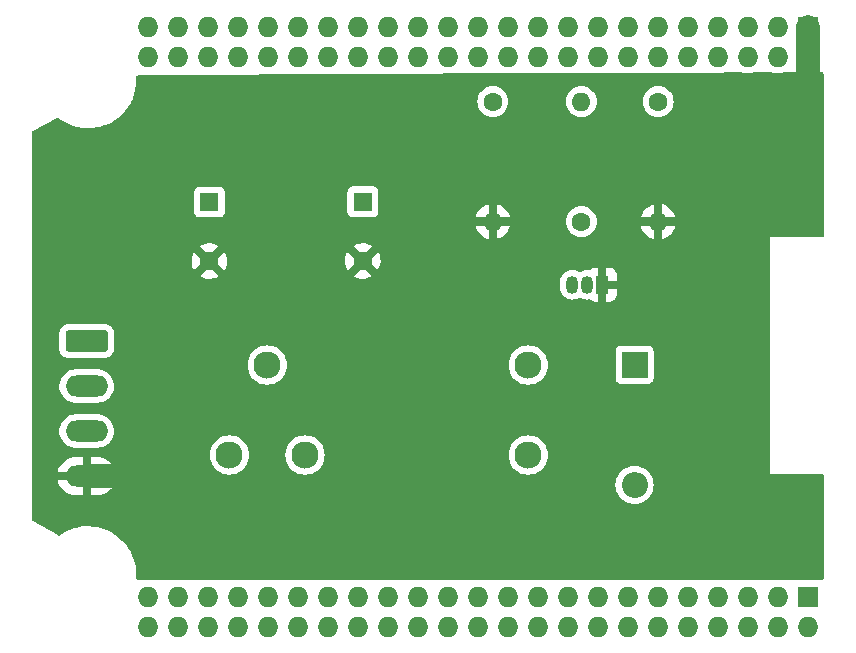
<source format=gbl>
G04 #@! TF.GenerationSoftware,KiCad,Pcbnew,6.0.11-2627ca5db0~126~ubuntu20.04.1*
G04 #@! TF.CreationDate,2023-02-26T18:19:28-08:00*
G04 #@! TF.ProjectId,stingray,7374696e-6772-4617-992e-6b696361645f,A1*
G04 #@! TF.SameCoordinates,Original*
G04 #@! TF.FileFunction,Copper,L2,Bot*
G04 #@! TF.FilePolarity,Positive*
%FSLAX46Y46*%
G04 Gerber Fmt 4.6, Leading zero omitted, Abs format (unit mm)*
G04 Created by KiCad (PCBNEW 6.0.11-2627ca5db0~126~ubuntu20.04.1) date 2023-02-26 18:19:28*
%MOMM*%
%LPD*%
G01*
G04 APERTURE LIST*
G04 Aperture macros list*
%AMRoundRect*
0 Rectangle with rounded corners*
0 $1 Rounding radius*
0 $2 $3 $4 $5 $6 $7 $8 $9 X,Y pos of 4 corners*
0 Add a 4 corners polygon primitive as box body*
4,1,4,$2,$3,$4,$5,$6,$7,$8,$9,$2,$3,0*
0 Add four circle primitives for the rounded corners*
1,1,$1+$1,$2,$3*
1,1,$1+$1,$4,$5*
1,1,$1+$1,$6,$7*
1,1,$1+$1,$8,$9*
0 Add four rect primitives between the rounded corners*
20,1,$1+$1,$2,$3,$4,$5,0*
20,1,$1+$1,$4,$5,$6,$7,0*
20,1,$1+$1,$6,$7,$8,$9,0*
20,1,$1+$1,$8,$9,$2,$3,0*%
G04 Aperture macros list end*
G04 #@! TA.AperFunction,ComponentPad*
%ADD10C,1.600000*%
G04 #@! TD*
G04 #@! TA.AperFunction,ComponentPad*
%ADD11O,1.600000X1.600000*%
G04 #@! TD*
G04 #@! TA.AperFunction,ComponentPad*
%ADD12R,1.050000X1.500000*%
G04 #@! TD*
G04 #@! TA.AperFunction,ComponentPad*
%ADD13O,1.050000X1.500000*%
G04 #@! TD*
G04 #@! TA.AperFunction,ComponentPad*
%ADD14R,2.200000X2.200000*%
G04 #@! TD*
G04 #@! TA.AperFunction,ComponentPad*
%ADD15O,2.200000X2.200000*%
G04 #@! TD*
G04 #@! TA.AperFunction,ComponentPad*
%ADD16O,3.600000X1.800000*%
G04 #@! TD*
G04 #@! TA.AperFunction,ComponentPad*
%ADD17RoundRect,0.250000X-1.550000X0.650000X-1.550000X-0.650000X1.550000X-0.650000X1.550000X0.650000X0*%
G04 #@! TD*
G04 #@! TA.AperFunction,ComponentPad*
%ADD18R,1.727200X1.727200*%
G04 #@! TD*
G04 #@! TA.AperFunction,ComponentPad*
%ADD19O,1.727200X1.727200*%
G04 #@! TD*
G04 #@! TA.AperFunction,ComponentPad*
%ADD20R,1.600000X1.600000*%
G04 #@! TD*
G04 #@! TA.AperFunction,ComponentPad*
%ADD21C,2.300000*%
G04 #@! TD*
G04 #@! TA.AperFunction,Conductor*
%ADD22C,2.000000*%
G04 #@! TD*
G04 APERTURE END LIST*
D10*
X147500000Y-85660000D03*
D11*
X147500000Y-75500000D03*
D10*
X140000000Y-75500000D03*
D11*
X140000000Y-85660000D03*
D10*
X154000000Y-75500000D03*
D11*
X154000000Y-85660000D03*
D12*
X149270000Y-91000000D03*
D13*
X148000000Y-91000000D03*
X146730000Y-91000000D03*
D14*
X152000000Y-97780000D03*
D15*
X152000000Y-107940000D03*
D16*
X105610000Y-107200000D03*
X105610000Y-103390000D03*
X105610000Y-99580000D03*
D17*
X105610000Y-95770000D03*
D18*
X166675000Y-117465000D03*
D19*
X166675000Y-120005000D03*
X164135000Y-117465000D03*
X164135000Y-120005000D03*
X161595000Y-117465000D03*
X161595000Y-120005000D03*
X159055000Y-117465000D03*
X159055000Y-120005000D03*
X156515000Y-117465000D03*
X156515000Y-120005000D03*
X153975000Y-117465000D03*
X153975000Y-120005000D03*
X151435000Y-117465000D03*
X151435000Y-120005000D03*
X148895000Y-117465000D03*
X148895000Y-120005000D03*
X146355000Y-117465000D03*
X146355000Y-120005000D03*
X143815000Y-117465000D03*
X143815000Y-120005000D03*
X141275000Y-117465000D03*
X141275000Y-120005000D03*
X138735000Y-117465000D03*
X138735000Y-120005000D03*
X136195000Y-117465000D03*
X136195000Y-120005000D03*
X133655000Y-117465000D03*
X133655000Y-120005000D03*
X131115000Y-117465000D03*
X131115000Y-120005000D03*
X128575000Y-117465000D03*
X128575000Y-120005000D03*
X126035000Y-117465000D03*
X126035000Y-120005000D03*
X123495000Y-117465000D03*
X123495000Y-120005000D03*
X120955000Y-117465000D03*
X120955000Y-120005000D03*
X118415000Y-117465000D03*
X118415000Y-120005000D03*
X115875000Y-117465000D03*
X115875000Y-120005000D03*
X113335000Y-117465000D03*
X113335000Y-120005000D03*
X110795000Y-117465000D03*
X110795000Y-120005000D03*
D20*
X129000000Y-83986745D03*
D10*
X129000000Y-88986745D03*
D21*
X143000000Y-97800000D03*
X120900000Y-97800000D03*
X117700000Y-105420000D03*
X124100000Y-105420000D03*
X143000000Y-105420000D03*
D18*
X166675000Y-69205000D03*
D19*
X166675000Y-71745000D03*
X164135000Y-69205000D03*
X164135000Y-71745000D03*
X161595000Y-69205000D03*
X161595000Y-71745000D03*
X159055000Y-69205000D03*
X159055000Y-71745000D03*
X156515000Y-69205000D03*
X156515000Y-71745000D03*
X153975000Y-69205000D03*
X153975000Y-71745000D03*
X151435000Y-69205000D03*
X151435000Y-71745000D03*
X148895000Y-69205000D03*
X148895000Y-71745000D03*
X146355000Y-69205000D03*
X146355000Y-71745000D03*
X143815000Y-69205000D03*
X143815000Y-71745000D03*
X141275000Y-69205000D03*
X141275000Y-71745000D03*
X138735000Y-69205000D03*
X138735000Y-71745000D03*
X136195000Y-69205000D03*
X136195000Y-71745000D03*
X133655000Y-69205000D03*
X133655000Y-71745000D03*
X131115000Y-69205000D03*
X131115000Y-71745000D03*
X128575000Y-69205000D03*
X128575000Y-71745000D03*
X126035000Y-69205000D03*
X126035000Y-71745000D03*
X123495000Y-69205000D03*
X123495000Y-71745000D03*
X120955000Y-69205000D03*
X120955000Y-71745000D03*
X118415000Y-69205000D03*
X118415000Y-71745000D03*
X115875000Y-69205000D03*
X115875000Y-71745000D03*
X113335000Y-69205000D03*
X113335000Y-71745000D03*
X110795000Y-69205000D03*
X110795000Y-71745000D03*
D20*
X116000000Y-84000000D03*
D10*
X116000000Y-89000000D03*
D22*
X105610000Y-107200000D02*
X109950000Y-107200000D01*
X166675000Y-69205000D02*
X166675000Y-71745000D01*
X166675000Y-71745000D02*
X166675000Y-74325000D01*
G04 #@! TA.AperFunction,Conductor*
G36*
X167941663Y-73020253D02*
G01*
X167988387Y-73073708D01*
X168000000Y-73126544D01*
X168000000Y-86874000D01*
X167979998Y-86942121D01*
X167926342Y-86988614D01*
X167874000Y-87000000D01*
X163500000Y-87000000D01*
X163500000Y-107000000D01*
X167874000Y-107000000D01*
X167942121Y-107020002D01*
X167988614Y-107073658D01*
X168000000Y-107126000D01*
X168000000Y-115874000D01*
X167979998Y-115942121D01*
X167926342Y-115988614D01*
X167874000Y-116000000D01*
X110032650Y-116000000D01*
X109971459Y-115984144D01*
X109872472Y-115929151D01*
X109822639Y-115878585D01*
X109807860Y-115811975D01*
X109820173Y-115591732D01*
X109820345Y-115588661D01*
X109803549Y-115187913D01*
X109747726Y-114790716D01*
X109653411Y-114400863D01*
X109521502Y-114022073D01*
X109488635Y-113950942D01*
X109354553Y-113660761D01*
X109354548Y-113660751D01*
X109353260Y-113657964D01*
X109150290Y-113312009D01*
X108914529Y-112987513D01*
X108648228Y-112687571D01*
X108645983Y-112685492D01*
X108645976Y-112685485D01*
X108356182Y-112417133D01*
X108356179Y-112417130D01*
X108353929Y-112415047D01*
X108235941Y-112325489D01*
X108036893Y-112174403D01*
X108036891Y-112174401D01*
X108034441Y-112172542D01*
X107692813Y-111962371D01*
X107332307Y-111786540D01*
X107329426Y-111785469D01*
X107329420Y-111785466D01*
X107095540Y-111698487D01*
X106956363Y-111646728D01*
X106568570Y-111544269D01*
X106405243Y-111517815D01*
X106175676Y-111480633D01*
X106175669Y-111480632D01*
X106172630Y-111480140D01*
X106169550Y-111479946D01*
X106169548Y-111479946D01*
X105846558Y-111459625D01*
X105846542Y-111459624D01*
X105844563Y-111459500D01*
X105613894Y-111459500D01*
X105612368Y-111459575D01*
X105612353Y-111459575D01*
X105449126Y-111467559D01*
X105314379Y-111474149D01*
X104917582Y-111532743D01*
X104914585Y-111533490D01*
X104914581Y-111533491D01*
X104791126Y-111564272D01*
X104528396Y-111629777D01*
X104525488Y-111630812D01*
X104525483Y-111630814D01*
X104344316Y-111695325D01*
X104150537Y-111764327D01*
X103787610Y-111935107D01*
X103784981Y-111936674D01*
X103784972Y-111936679D01*
X103528424Y-112089613D01*
X103443081Y-112140488D01*
X103440616Y-112142306D01*
X103440600Y-112142316D01*
X103340578Y-112216059D01*
X103273878Y-112240384D01*
X103204617Y-112224787D01*
X101064809Y-111036005D01*
X101014975Y-110985438D01*
X101000000Y-110925861D01*
X101000000Y-107563431D01*
X103151787Y-107563431D01*
X103182449Y-107691144D01*
X103185498Y-107700529D01*
X103278086Y-107924057D01*
X103282567Y-107932851D01*
X103408986Y-108139148D01*
X103414786Y-108147130D01*
X103571917Y-108331108D01*
X103578892Y-108338083D01*
X103762870Y-108495214D01*
X103770852Y-108501014D01*
X103977149Y-108627433D01*
X103985943Y-108631914D01*
X104209471Y-108724502D01*
X104218856Y-108727551D01*
X104454118Y-108784033D01*
X104463865Y-108785576D01*
X104644675Y-108799807D01*
X104649600Y-108800000D01*
X105241885Y-108800000D01*
X105257124Y-108795525D01*
X105258329Y-108794135D01*
X105260000Y-108786452D01*
X105260000Y-108781885D01*
X105960000Y-108781885D01*
X105964475Y-108797124D01*
X105965865Y-108798329D01*
X105973548Y-108800000D01*
X106570400Y-108800000D01*
X106575325Y-108799807D01*
X106756135Y-108785576D01*
X106765882Y-108784033D01*
X107001144Y-108727551D01*
X107010529Y-108724502D01*
X107234057Y-108631914D01*
X107242851Y-108627433D01*
X107449148Y-108501014D01*
X107457130Y-108495214D01*
X107641108Y-108338083D01*
X107648083Y-108331108D01*
X107805214Y-108147130D01*
X107811014Y-108139148D01*
X107933052Y-107940000D01*
X150386526Y-107940000D01*
X150406391Y-108192403D01*
X150465495Y-108438591D01*
X150467388Y-108443162D01*
X150467389Y-108443164D01*
X150543716Y-108627433D01*
X150562384Y-108672502D01*
X150694672Y-108888376D01*
X150859102Y-109080898D01*
X151051624Y-109245328D01*
X151267498Y-109377616D01*
X151272068Y-109379509D01*
X151272072Y-109379511D01*
X151496836Y-109472611D01*
X151501409Y-109474505D01*
X151586032Y-109494821D01*
X151742784Y-109532454D01*
X151742790Y-109532455D01*
X151747597Y-109533609D01*
X152000000Y-109553474D01*
X152252403Y-109533609D01*
X152257210Y-109532455D01*
X152257216Y-109532454D01*
X152413968Y-109494821D01*
X152498591Y-109474505D01*
X152503164Y-109472611D01*
X152727928Y-109379511D01*
X152727932Y-109379509D01*
X152732502Y-109377616D01*
X152948376Y-109245328D01*
X153140898Y-109080898D01*
X153305328Y-108888376D01*
X153437616Y-108672502D01*
X153456285Y-108627433D01*
X153532611Y-108443164D01*
X153532612Y-108443162D01*
X153534505Y-108438591D01*
X153593609Y-108192403D01*
X153613474Y-107940000D01*
X153593609Y-107687597D01*
X153534505Y-107441409D01*
X153437616Y-107207498D01*
X153305328Y-106991624D01*
X153140898Y-106799102D01*
X152948376Y-106634672D01*
X152732502Y-106502384D01*
X152727932Y-106500491D01*
X152727928Y-106500489D01*
X152503164Y-106407389D01*
X152503162Y-106407388D01*
X152498591Y-106405495D01*
X152413968Y-106385179D01*
X152257216Y-106347546D01*
X152257210Y-106347545D01*
X152252403Y-106346391D01*
X152000000Y-106326526D01*
X151747597Y-106346391D01*
X151742790Y-106347545D01*
X151742784Y-106347546D01*
X151586032Y-106385179D01*
X151501409Y-106405495D01*
X151496838Y-106407388D01*
X151496836Y-106407389D01*
X151272072Y-106500489D01*
X151272068Y-106500491D01*
X151267498Y-106502384D01*
X151051624Y-106634672D01*
X150859102Y-106799102D01*
X150694672Y-106991624D01*
X150562384Y-107207498D01*
X150465495Y-107441409D01*
X150406391Y-107687597D01*
X150386526Y-107940000D01*
X107933052Y-107940000D01*
X107937433Y-107932851D01*
X107941914Y-107924057D01*
X108034502Y-107700529D01*
X108037551Y-107691144D01*
X108067208Y-107567615D01*
X108066503Y-107553530D01*
X108057624Y-107550000D01*
X105978115Y-107550000D01*
X105962876Y-107554475D01*
X105961671Y-107555865D01*
X105960000Y-107563548D01*
X105960000Y-108781885D01*
X105260000Y-108781885D01*
X105260000Y-107568115D01*
X105255525Y-107552876D01*
X105254135Y-107551671D01*
X105246452Y-107550000D01*
X103166678Y-107550000D01*
X103153147Y-107553973D01*
X103151787Y-107563431D01*
X101000000Y-107563431D01*
X101000000Y-106832385D01*
X103152792Y-106832385D01*
X103153497Y-106846470D01*
X103162376Y-106850000D01*
X105241885Y-106850000D01*
X105257124Y-106845525D01*
X105258329Y-106844135D01*
X105260000Y-106836452D01*
X105260000Y-106831885D01*
X105960000Y-106831885D01*
X105964475Y-106847124D01*
X105965865Y-106848329D01*
X105973548Y-106850000D01*
X108053322Y-106850000D01*
X108066853Y-106846027D01*
X108068213Y-106836569D01*
X108037551Y-106708856D01*
X108034502Y-106699471D01*
X107941914Y-106475943D01*
X107937433Y-106467149D01*
X107811014Y-106260852D01*
X107805214Y-106252870D01*
X107648083Y-106068892D01*
X107641108Y-106061917D01*
X107457130Y-105904786D01*
X107449148Y-105898986D01*
X107242851Y-105772567D01*
X107234057Y-105768086D01*
X107010529Y-105675498D01*
X107001144Y-105672449D01*
X106765882Y-105615967D01*
X106756135Y-105614424D01*
X106575325Y-105600193D01*
X106570399Y-105600000D01*
X105978115Y-105600000D01*
X105962876Y-105604475D01*
X105961671Y-105605865D01*
X105960000Y-105613548D01*
X105960000Y-106831885D01*
X105260000Y-106831885D01*
X105260000Y-105618115D01*
X105255525Y-105602876D01*
X105254135Y-105601671D01*
X105246452Y-105600000D01*
X104649601Y-105600000D01*
X104644675Y-105600193D01*
X104463865Y-105614424D01*
X104454118Y-105615967D01*
X104218856Y-105672449D01*
X104209471Y-105675498D01*
X103985943Y-105768086D01*
X103977149Y-105772567D01*
X103770852Y-105898986D01*
X103762870Y-105904786D01*
X103578892Y-106061917D01*
X103571917Y-106068892D01*
X103414786Y-106252870D01*
X103408986Y-106260852D01*
X103282567Y-106467149D01*
X103278086Y-106475943D01*
X103185498Y-106699471D01*
X103182449Y-106708856D01*
X103152792Y-106832385D01*
X101000000Y-106832385D01*
X101000000Y-105420000D01*
X116036372Y-105420000D01*
X116056854Y-105680249D01*
X116058008Y-105685056D01*
X116058009Y-105685062D01*
X116062086Y-105702042D01*
X116117796Y-105934089D01*
X116119689Y-105938660D01*
X116119690Y-105938662D01*
X116191048Y-106110934D01*
X116217697Y-106175271D01*
X116354097Y-106397856D01*
X116523637Y-106596363D01*
X116722144Y-106765903D01*
X116944729Y-106902303D01*
X116949299Y-106904196D01*
X116949303Y-106904198D01*
X117170542Y-106995838D01*
X117185911Y-107002204D01*
X117260045Y-107020002D01*
X117434938Y-107061991D01*
X117434944Y-107061992D01*
X117439751Y-107063146D01*
X117700000Y-107083628D01*
X117960249Y-107063146D01*
X117965056Y-107061992D01*
X117965062Y-107061991D01*
X118139955Y-107020002D01*
X118214089Y-107002204D01*
X118229458Y-106995838D01*
X118450697Y-106904198D01*
X118450701Y-106904196D01*
X118455271Y-106902303D01*
X118677856Y-106765903D01*
X118876363Y-106596363D01*
X119045903Y-106397856D01*
X119182303Y-106175271D01*
X119208953Y-106110934D01*
X119280310Y-105938662D01*
X119280311Y-105938660D01*
X119282204Y-105934089D01*
X119337914Y-105702042D01*
X119341991Y-105685062D01*
X119341992Y-105685056D01*
X119343146Y-105680249D01*
X119363628Y-105420000D01*
X122436372Y-105420000D01*
X122456854Y-105680249D01*
X122458008Y-105685056D01*
X122458009Y-105685062D01*
X122462086Y-105702042D01*
X122517796Y-105934089D01*
X122519689Y-105938660D01*
X122519690Y-105938662D01*
X122591048Y-106110934D01*
X122617697Y-106175271D01*
X122754097Y-106397856D01*
X122923637Y-106596363D01*
X123122144Y-106765903D01*
X123344729Y-106902303D01*
X123349299Y-106904196D01*
X123349303Y-106904198D01*
X123570542Y-106995838D01*
X123585911Y-107002204D01*
X123660045Y-107020002D01*
X123834938Y-107061991D01*
X123834944Y-107061992D01*
X123839751Y-107063146D01*
X124100000Y-107083628D01*
X124360249Y-107063146D01*
X124365056Y-107061992D01*
X124365062Y-107061991D01*
X124539955Y-107020002D01*
X124614089Y-107002204D01*
X124629458Y-106995838D01*
X124850697Y-106904198D01*
X124850701Y-106904196D01*
X124855271Y-106902303D01*
X125077856Y-106765903D01*
X125276363Y-106596363D01*
X125445903Y-106397856D01*
X125582303Y-106175271D01*
X125608953Y-106110934D01*
X125680310Y-105938662D01*
X125680311Y-105938660D01*
X125682204Y-105934089D01*
X125737914Y-105702042D01*
X125741991Y-105685062D01*
X125741992Y-105685056D01*
X125743146Y-105680249D01*
X125763628Y-105420000D01*
X141336372Y-105420000D01*
X141356854Y-105680249D01*
X141358008Y-105685056D01*
X141358009Y-105685062D01*
X141362086Y-105702042D01*
X141417796Y-105934089D01*
X141419689Y-105938660D01*
X141419690Y-105938662D01*
X141491048Y-106110934D01*
X141517697Y-106175271D01*
X141654097Y-106397856D01*
X141823637Y-106596363D01*
X142022144Y-106765903D01*
X142244729Y-106902303D01*
X142249299Y-106904196D01*
X142249303Y-106904198D01*
X142470542Y-106995838D01*
X142485911Y-107002204D01*
X142560045Y-107020002D01*
X142734938Y-107061991D01*
X142734944Y-107061992D01*
X142739751Y-107063146D01*
X143000000Y-107083628D01*
X143260249Y-107063146D01*
X143265056Y-107061992D01*
X143265062Y-107061991D01*
X143439955Y-107020002D01*
X143514089Y-107002204D01*
X143529458Y-106995838D01*
X143750697Y-106904198D01*
X143750701Y-106904196D01*
X143755271Y-106902303D01*
X143977856Y-106765903D01*
X144176363Y-106596363D01*
X144345903Y-106397856D01*
X144482303Y-106175271D01*
X144508953Y-106110934D01*
X144580310Y-105938662D01*
X144580311Y-105938660D01*
X144582204Y-105934089D01*
X144637914Y-105702042D01*
X144641991Y-105685062D01*
X144641992Y-105685056D01*
X144643146Y-105680249D01*
X144663628Y-105420000D01*
X144643146Y-105159751D01*
X144641992Y-105154944D01*
X144641991Y-105154938D01*
X144583359Y-104910723D01*
X144582204Y-104905911D01*
X144537304Y-104797513D01*
X144484198Y-104669303D01*
X144484196Y-104669299D01*
X144482303Y-104664729D01*
X144345903Y-104442144D01*
X144176363Y-104243637D01*
X143977856Y-104074097D01*
X143755271Y-103937697D01*
X143750701Y-103935804D01*
X143750697Y-103935802D01*
X143518662Y-103839690D01*
X143518660Y-103839689D01*
X143514089Y-103837796D01*
X143361578Y-103801181D01*
X143265062Y-103778009D01*
X143265056Y-103778008D01*
X143260249Y-103776854D01*
X143000000Y-103756372D01*
X142739751Y-103776854D01*
X142734944Y-103778008D01*
X142734938Y-103778009D01*
X142638422Y-103801181D01*
X142485911Y-103837796D01*
X142481340Y-103839689D01*
X142481338Y-103839690D01*
X142249303Y-103935802D01*
X142249299Y-103935804D01*
X142244729Y-103937697D01*
X142022144Y-104074097D01*
X141823637Y-104243637D01*
X141654097Y-104442144D01*
X141517697Y-104664729D01*
X141515804Y-104669299D01*
X141515802Y-104669303D01*
X141462696Y-104797513D01*
X141417796Y-104905911D01*
X141416641Y-104910723D01*
X141358009Y-105154938D01*
X141358008Y-105154944D01*
X141356854Y-105159751D01*
X141336372Y-105420000D01*
X125763628Y-105420000D01*
X125743146Y-105159751D01*
X125741992Y-105154944D01*
X125741991Y-105154938D01*
X125683359Y-104910723D01*
X125682204Y-104905911D01*
X125637304Y-104797513D01*
X125584198Y-104669303D01*
X125584196Y-104669299D01*
X125582303Y-104664729D01*
X125445903Y-104442144D01*
X125276363Y-104243637D01*
X125077856Y-104074097D01*
X124855271Y-103937697D01*
X124850701Y-103935804D01*
X124850697Y-103935802D01*
X124618662Y-103839690D01*
X124618660Y-103839689D01*
X124614089Y-103837796D01*
X124461578Y-103801181D01*
X124365062Y-103778009D01*
X124365056Y-103778008D01*
X124360249Y-103776854D01*
X124100000Y-103756372D01*
X123839751Y-103776854D01*
X123834944Y-103778008D01*
X123834938Y-103778009D01*
X123738422Y-103801181D01*
X123585911Y-103837796D01*
X123581340Y-103839689D01*
X123581338Y-103839690D01*
X123349303Y-103935802D01*
X123349299Y-103935804D01*
X123344729Y-103937697D01*
X123122144Y-104074097D01*
X122923637Y-104243637D01*
X122754097Y-104442144D01*
X122617697Y-104664729D01*
X122615804Y-104669299D01*
X122615802Y-104669303D01*
X122562696Y-104797513D01*
X122517796Y-104905911D01*
X122516641Y-104910723D01*
X122458009Y-105154938D01*
X122458008Y-105154944D01*
X122456854Y-105159751D01*
X122436372Y-105420000D01*
X119363628Y-105420000D01*
X119343146Y-105159751D01*
X119341992Y-105154944D01*
X119341991Y-105154938D01*
X119283359Y-104910723D01*
X119282204Y-104905911D01*
X119237304Y-104797513D01*
X119184198Y-104669303D01*
X119184196Y-104669299D01*
X119182303Y-104664729D01*
X119045903Y-104442144D01*
X118876363Y-104243637D01*
X118677856Y-104074097D01*
X118455271Y-103937697D01*
X118450701Y-103935804D01*
X118450697Y-103935802D01*
X118218662Y-103839690D01*
X118218660Y-103839689D01*
X118214089Y-103837796D01*
X118061578Y-103801181D01*
X117965062Y-103778009D01*
X117965056Y-103778008D01*
X117960249Y-103776854D01*
X117700000Y-103756372D01*
X117439751Y-103776854D01*
X117434944Y-103778008D01*
X117434938Y-103778009D01*
X117338422Y-103801181D01*
X117185911Y-103837796D01*
X117181340Y-103839689D01*
X117181338Y-103839690D01*
X116949303Y-103935802D01*
X116949299Y-103935804D01*
X116944729Y-103937697D01*
X116722144Y-104074097D01*
X116523637Y-104243637D01*
X116354097Y-104442144D01*
X116217697Y-104664729D01*
X116215804Y-104669299D01*
X116215802Y-104669303D01*
X116162696Y-104797513D01*
X116117796Y-104905911D01*
X116116641Y-104910723D01*
X116058009Y-105154938D01*
X116058008Y-105154944D01*
X116056854Y-105159751D01*
X116036372Y-105420000D01*
X101000000Y-105420000D01*
X101000000Y-103323411D01*
X103297977Y-103323411D01*
X103306945Y-103562274D01*
X103356030Y-103796211D01*
X103443829Y-104018533D01*
X103567832Y-104222883D01*
X103571329Y-104226913D01*
X103661090Y-104330353D01*
X103724493Y-104403419D01*
X103728619Y-104406802D01*
X103728623Y-104406806D01*
X103827629Y-104487985D01*
X103909333Y-104554978D01*
X103913969Y-104557617D01*
X103913972Y-104557619D01*
X104027386Y-104622178D01*
X104117066Y-104673227D01*
X104341753Y-104754784D01*
X104347002Y-104755733D01*
X104347005Y-104755734D01*
X104572885Y-104796580D01*
X104572893Y-104796581D01*
X104576969Y-104797318D01*
X104595359Y-104798185D01*
X104600544Y-104798430D01*
X104600551Y-104798430D01*
X104602032Y-104798500D01*
X106570012Y-104798500D01*
X106748175Y-104783383D01*
X106753339Y-104782043D01*
X106753343Y-104782042D01*
X106974375Y-104724673D01*
X106974380Y-104724671D01*
X106979540Y-104723332D01*
X107119002Y-104660509D01*
X107192619Y-104627347D01*
X107192622Y-104627346D01*
X107197480Y-104625157D01*
X107395762Y-104491666D01*
X107568718Y-104326674D01*
X107711402Y-104134900D01*
X107743630Y-104071513D01*
X107817314Y-103926586D01*
X107817314Y-103926585D01*
X107819733Y-103921828D01*
X107871109Y-103756372D01*
X107889032Y-103698651D01*
X107889033Y-103698645D01*
X107890616Y-103693548D01*
X107922023Y-103456589D01*
X107913055Y-103217726D01*
X107863970Y-102983789D01*
X107776171Y-102761467D01*
X107652168Y-102557117D01*
X107562103Y-102453326D01*
X107499007Y-102380614D01*
X107499005Y-102380612D01*
X107495507Y-102376581D01*
X107491381Y-102373198D01*
X107491377Y-102373194D01*
X107314795Y-102228407D01*
X107310667Y-102225022D01*
X107306031Y-102222383D01*
X107306028Y-102222381D01*
X107107577Y-102109416D01*
X107102934Y-102106773D01*
X106878247Y-102025216D01*
X106872998Y-102024267D01*
X106872995Y-102024266D01*
X106647115Y-101983420D01*
X106647107Y-101983419D01*
X106643031Y-101982682D01*
X106624641Y-101981815D01*
X106619456Y-101981570D01*
X106619449Y-101981570D01*
X106617968Y-101981500D01*
X104649988Y-101981500D01*
X104471825Y-101996617D01*
X104466661Y-101997957D01*
X104466657Y-101997958D01*
X104245625Y-102055327D01*
X104245620Y-102055329D01*
X104240460Y-102056668D01*
X104235594Y-102058860D01*
X104027381Y-102152653D01*
X104027378Y-102152654D01*
X104022520Y-102154843D01*
X103824238Y-102288334D01*
X103651282Y-102453326D01*
X103508598Y-102645100D01*
X103400267Y-102858172D01*
X103364826Y-102972312D01*
X103330968Y-103081349D01*
X103330967Y-103081355D01*
X103329384Y-103086452D01*
X103297977Y-103323411D01*
X101000000Y-103323411D01*
X101000000Y-99513411D01*
X103297977Y-99513411D01*
X103306945Y-99752274D01*
X103356030Y-99986211D01*
X103443829Y-100208533D01*
X103567832Y-100412883D01*
X103571329Y-100416913D01*
X103661090Y-100520353D01*
X103724493Y-100593419D01*
X103728619Y-100596802D01*
X103728623Y-100596806D01*
X103827629Y-100677985D01*
X103909333Y-100744978D01*
X103913969Y-100747617D01*
X103913972Y-100747619D01*
X104027386Y-100812178D01*
X104117066Y-100863227D01*
X104341753Y-100944784D01*
X104347002Y-100945733D01*
X104347005Y-100945734D01*
X104572885Y-100986580D01*
X104572893Y-100986581D01*
X104576969Y-100987318D01*
X104595359Y-100988185D01*
X104600544Y-100988430D01*
X104600551Y-100988430D01*
X104602032Y-100988500D01*
X106570012Y-100988500D01*
X106748175Y-100973383D01*
X106753339Y-100972043D01*
X106753343Y-100972042D01*
X106974375Y-100914673D01*
X106974380Y-100914671D01*
X106979540Y-100913332D01*
X107096636Y-100860584D01*
X107192619Y-100817347D01*
X107192622Y-100817346D01*
X107197480Y-100815157D01*
X107395762Y-100681666D01*
X107568718Y-100516674D01*
X107711402Y-100324900D01*
X107819733Y-100111828D01*
X107860361Y-99980984D01*
X107889032Y-99888651D01*
X107889033Y-99888645D01*
X107890616Y-99883548D01*
X107922023Y-99646589D01*
X107913055Y-99407726D01*
X107863970Y-99173789D01*
X107776171Y-98951467D01*
X107652168Y-98747117D01*
X107562103Y-98643326D01*
X107499007Y-98570614D01*
X107499005Y-98570612D01*
X107495507Y-98566581D01*
X107491381Y-98563198D01*
X107491377Y-98563194D01*
X107314795Y-98418407D01*
X107310667Y-98415022D01*
X107306031Y-98412383D01*
X107306028Y-98412381D01*
X107107577Y-98299416D01*
X107102934Y-98296773D01*
X106878247Y-98215216D01*
X106872998Y-98214267D01*
X106872995Y-98214266D01*
X106647115Y-98173420D01*
X106647107Y-98173419D01*
X106643031Y-98172682D01*
X106624641Y-98171815D01*
X106619456Y-98171570D01*
X106619449Y-98171570D01*
X106617968Y-98171500D01*
X104649988Y-98171500D01*
X104471825Y-98186617D01*
X104466661Y-98187957D01*
X104466657Y-98187958D01*
X104245625Y-98245327D01*
X104245620Y-98245329D01*
X104240460Y-98246668D01*
X104235594Y-98248860D01*
X104027381Y-98342653D01*
X104027378Y-98342654D01*
X104022520Y-98344843D01*
X103824238Y-98478334D01*
X103651282Y-98643326D01*
X103508598Y-98835100D01*
X103506182Y-98839851D01*
X103506180Y-98839855D01*
X103402686Y-99043414D01*
X103400267Y-99048172D01*
X103370919Y-99142687D01*
X103330968Y-99271349D01*
X103330967Y-99271355D01*
X103329384Y-99276452D01*
X103315315Y-99382598D01*
X103307239Y-99443534D01*
X103297977Y-99513411D01*
X101000000Y-99513411D01*
X101000000Y-97800000D01*
X119236372Y-97800000D01*
X119256854Y-98060249D01*
X119258008Y-98065056D01*
X119258009Y-98065062D01*
X119283563Y-98171500D01*
X119317796Y-98314089D01*
X119319689Y-98318660D01*
X119319690Y-98318662D01*
X119385829Y-98478334D01*
X119417697Y-98555271D01*
X119554097Y-98777856D01*
X119723637Y-98976363D01*
X119922144Y-99145903D01*
X120144729Y-99282303D01*
X120149299Y-99284196D01*
X120149303Y-99284198D01*
X120381338Y-99380310D01*
X120385911Y-99382204D01*
X120410599Y-99388131D01*
X120634938Y-99441991D01*
X120634944Y-99441992D01*
X120639751Y-99443146D01*
X120900000Y-99463628D01*
X121160249Y-99443146D01*
X121165056Y-99441992D01*
X121165062Y-99441991D01*
X121389401Y-99388131D01*
X121414089Y-99382204D01*
X121418662Y-99380310D01*
X121650697Y-99284198D01*
X121650701Y-99284196D01*
X121655271Y-99282303D01*
X121877856Y-99145903D01*
X122076363Y-98976363D01*
X122245903Y-98777856D01*
X122382303Y-98555271D01*
X122414172Y-98478334D01*
X122480310Y-98318662D01*
X122480311Y-98318660D01*
X122482204Y-98314089D01*
X122516437Y-98171500D01*
X122541991Y-98065062D01*
X122541992Y-98065056D01*
X122543146Y-98060249D01*
X122563628Y-97800000D01*
X141336372Y-97800000D01*
X141356854Y-98060249D01*
X141358008Y-98065056D01*
X141358009Y-98065062D01*
X141383563Y-98171500D01*
X141417796Y-98314089D01*
X141419689Y-98318660D01*
X141419690Y-98318662D01*
X141485829Y-98478334D01*
X141517697Y-98555271D01*
X141654097Y-98777856D01*
X141823637Y-98976363D01*
X142022144Y-99145903D01*
X142244729Y-99282303D01*
X142249299Y-99284196D01*
X142249303Y-99284198D01*
X142481338Y-99380310D01*
X142485911Y-99382204D01*
X142510599Y-99388131D01*
X142734938Y-99441991D01*
X142734944Y-99441992D01*
X142739751Y-99443146D01*
X143000000Y-99463628D01*
X143260249Y-99443146D01*
X143265056Y-99441992D01*
X143265062Y-99441991D01*
X143489401Y-99388131D01*
X143514089Y-99382204D01*
X143518662Y-99380310D01*
X143750697Y-99284198D01*
X143750701Y-99284196D01*
X143755271Y-99282303D01*
X143977856Y-99145903D01*
X144176363Y-98976363D01*
X144217554Y-98928134D01*
X150391500Y-98928134D01*
X150398255Y-98990316D01*
X150449385Y-99126705D01*
X150536739Y-99243261D01*
X150653295Y-99330615D01*
X150789684Y-99381745D01*
X150851866Y-99388500D01*
X153148134Y-99388500D01*
X153210316Y-99381745D01*
X153346705Y-99330615D01*
X153463261Y-99243261D01*
X153550615Y-99126705D01*
X153601745Y-98990316D01*
X153608500Y-98928134D01*
X153608500Y-96631866D01*
X153601745Y-96569684D01*
X153550615Y-96433295D01*
X153463261Y-96316739D01*
X153346705Y-96229385D01*
X153210316Y-96178255D01*
X153148134Y-96171500D01*
X150851866Y-96171500D01*
X150789684Y-96178255D01*
X150653295Y-96229385D01*
X150536739Y-96316739D01*
X150449385Y-96433295D01*
X150398255Y-96569684D01*
X150391500Y-96631866D01*
X150391500Y-98928134D01*
X144217554Y-98928134D01*
X144345903Y-98777856D01*
X144482303Y-98555271D01*
X144514172Y-98478334D01*
X144580310Y-98318662D01*
X144580311Y-98318660D01*
X144582204Y-98314089D01*
X144616437Y-98171500D01*
X144641991Y-98065062D01*
X144641992Y-98065056D01*
X144643146Y-98060249D01*
X144663628Y-97800000D01*
X144643146Y-97539751D01*
X144641992Y-97534944D01*
X144641991Y-97534938D01*
X144583359Y-97290723D01*
X144582204Y-97285911D01*
X144537577Y-97178172D01*
X144484198Y-97049303D01*
X144484196Y-97049299D01*
X144482303Y-97044729D01*
X144345903Y-96822144D01*
X144176363Y-96623637D01*
X143977856Y-96454097D01*
X143755271Y-96317697D01*
X143750701Y-96315804D01*
X143750697Y-96315802D01*
X143518662Y-96219690D01*
X143518660Y-96219689D01*
X143514089Y-96217796D01*
X143425069Y-96196424D01*
X143265062Y-96158009D01*
X143265056Y-96158008D01*
X143260249Y-96156854D01*
X143000000Y-96136372D01*
X142739751Y-96156854D01*
X142734944Y-96158008D01*
X142734938Y-96158009D01*
X142574931Y-96196424D01*
X142485911Y-96217796D01*
X142481340Y-96219689D01*
X142481338Y-96219690D01*
X142249303Y-96315802D01*
X142249299Y-96315804D01*
X142244729Y-96317697D01*
X142022144Y-96454097D01*
X141823637Y-96623637D01*
X141654097Y-96822144D01*
X141517697Y-97044729D01*
X141515804Y-97049299D01*
X141515802Y-97049303D01*
X141462423Y-97178172D01*
X141417796Y-97285911D01*
X141416641Y-97290723D01*
X141358009Y-97534938D01*
X141358008Y-97534944D01*
X141356854Y-97539751D01*
X141336372Y-97800000D01*
X122563628Y-97800000D01*
X122543146Y-97539751D01*
X122541992Y-97534944D01*
X122541991Y-97534938D01*
X122483359Y-97290723D01*
X122482204Y-97285911D01*
X122437577Y-97178172D01*
X122384198Y-97049303D01*
X122384196Y-97049299D01*
X122382303Y-97044729D01*
X122245903Y-96822144D01*
X122076363Y-96623637D01*
X121877856Y-96454097D01*
X121655271Y-96317697D01*
X121650701Y-96315804D01*
X121650697Y-96315802D01*
X121418662Y-96219690D01*
X121418660Y-96219689D01*
X121414089Y-96217796D01*
X121325069Y-96196424D01*
X121165062Y-96158009D01*
X121165056Y-96158008D01*
X121160249Y-96156854D01*
X120900000Y-96136372D01*
X120639751Y-96156854D01*
X120634944Y-96158008D01*
X120634938Y-96158009D01*
X120474931Y-96196424D01*
X120385911Y-96217796D01*
X120381340Y-96219689D01*
X120381338Y-96219690D01*
X120149303Y-96315802D01*
X120149299Y-96315804D01*
X120144729Y-96317697D01*
X119922144Y-96454097D01*
X119723637Y-96623637D01*
X119554097Y-96822144D01*
X119417697Y-97044729D01*
X119415804Y-97049299D01*
X119415802Y-97049303D01*
X119362423Y-97178172D01*
X119317796Y-97285911D01*
X119316641Y-97290723D01*
X119258009Y-97534938D01*
X119258008Y-97534944D01*
X119256854Y-97539751D01*
X119236372Y-97800000D01*
X101000000Y-97800000D01*
X101000000Y-96470400D01*
X103301500Y-96470400D01*
X103301837Y-96473646D01*
X103301837Y-96473650D01*
X103311034Y-96562285D01*
X103312474Y-96576166D01*
X103314655Y-96582702D01*
X103314655Y-96582704D01*
X103329567Y-96627399D01*
X103368450Y-96743946D01*
X103461522Y-96894348D01*
X103586697Y-97019305D01*
X103592927Y-97023145D01*
X103592928Y-97023146D01*
X103730090Y-97107694D01*
X103737262Y-97112115D01*
X103817005Y-97138564D01*
X103898611Y-97165632D01*
X103898613Y-97165632D01*
X103905139Y-97167797D01*
X103911975Y-97168497D01*
X103911978Y-97168498D01*
X103955031Y-97172909D01*
X104009600Y-97178500D01*
X107210400Y-97178500D01*
X107213646Y-97178163D01*
X107213650Y-97178163D01*
X107309308Y-97168238D01*
X107309312Y-97168237D01*
X107316166Y-97167526D01*
X107322702Y-97165345D01*
X107322704Y-97165345D01*
X107454806Y-97121272D01*
X107483946Y-97111550D01*
X107634348Y-97018478D01*
X107759305Y-96893303D01*
X107852115Y-96742738D01*
X107907797Y-96574861D01*
X107918500Y-96470400D01*
X107918500Y-95069600D01*
X107907526Y-94963834D01*
X107851550Y-94796054D01*
X107758478Y-94645652D01*
X107633303Y-94520695D01*
X107627072Y-94516854D01*
X107488968Y-94431725D01*
X107488966Y-94431724D01*
X107482738Y-94427885D01*
X107322254Y-94374655D01*
X107321389Y-94374368D01*
X107321387Y-94374368D01*
X107314861Y-94372203D01*
X107308025Y-94371503D01*
X107308022Y-94371502D01*
X107264969Y-94367091D01*
X107210400Y-94361500D01*
X104009600Y-94361500D01*
X104006354Y-94361837D01*
X104006350Y-94361837D01*
X103910692Y-94371762D01*
X103910688Y-94371763D01*
X103903834Y-94372474D01*
X103897298Y-94374655D01*
X103897296Y-94374655D01*
X103765194Y-94418728D01*
X103736054Y-94428450D01*
X103585652Y-94521522D01*
X103460695Y-94646697D01*
X103367885Y-94797262D01*
X103312203Y-94965139D01*
X103301500Y-95069600D01*
X103301500Y-96470400D01*
X101000000Y-96470400D01*
X101000000Y-91276004D01*
X145696500Y-91276004D01*
X145711277Y-91426713D01*
X145769858Y-91620742D01*
X145865010Y-91799698D01*
X145993110Y-91956763D01*
X145997857Y-91960690D01*
X145997859Y-91960692D01*
X146144528Y-92082027D01*
X146144531Y-92082029D01*
X146149278Y-92085956D01*
X146327565Y-92182356D01*
X146424372Y-92212323D01*
X146515293Y-92240468D01*
X146515296Y-92240469D01*
X146521180Y-92242290D01*
X146527305Y-92242934D01*
X146527306Y-92242934D01*
X146716622Y-92262832D01*
X146716623Y-92262832D01*
X146722750Y-92263476D01*
X146806014Y-92255898D01*
X146918457Y-92245665D01*
X146918460Y-92245664D01*
X146924596Y-92245106D01*
X146930502Y-92243368D01*
X146930506Y-92243367D01*
X147113120Y-92189620D01*
X147113119Y-92189620D01*
X147119029Y-92187881D01*
X147124486Y-92185028D01*
X147124489Y-92185027D01*
X147208837Y-92140931D01*
X147298460Y-92094077D01*
X147298462Y-92094077D01*
X147298645Y-92093981D01*
X147298663Y-92094016D01*
X147364441Y-92074111D01*
X147425409Y-92089271D01*
X147597565Y-92182356D01*
X147694372Y-92212323D01*
X147785293Y-92240468D01*
X147785296Y-92240469D01*
X147791180Y-92242290D01*
X147797305Y-92242934D01*
X147797306Y-92242934D01*
X147986622Y-92262832D01*
X147986623Y-92262832D01*
X147992750Y-92263476D01*
X148074608Y-92256026D01*
X148186699Y-92245825D01*
X148256352Y-92259570D01*
X148287214Y-92282211D01*
X148304530Y-92299527D01*
X148316399Y-92308834D01*
X148448329Y-92388734D01*
X148462073Y-92394940D01*
X148610112Y-92441332D01*
X148623162Y-92443945D01*
X148686162Y-92449734D01*
X148691950Y-92450000D01*
X148901885Y-92450000D01*
X148917124Y-92445525D01*
X148918329Y-92444135D01*
X148920000Y-92436452D01*
X148920000Y-92431885D01*
X149620000Y-92431885D01*
X149624475Y-92447124D01*
X149625865Y-92448329D01*
X149633548Y-92450000D01*
X149848050Y-92450000D01*
X149853838Y-92449734D01*
X149916838Y-92443945D01*
X149929888Y-92441332D01*
X150077927Y-92394940D01*
X150091671Y-92388734D01*
X150223601Y-92308834D01*
X150235470Y-92299527D01*
X150344527Y-92190470D01*
X150353834Y-92178601D01*
X150433734Y-92046671D01*
X150439940Y-92032927D01*
X150486332Y-91884888D01*
X150488945Y-91871838D01*
X150494734Y-91808838D01*
X150495000Y-91803050D01*
X150495000Y-91368115D01*
X150490525Y-91352876D01*
X150489135Y-91351671D01*
X150481452Y-91350000D01*
X149638115Y-91350000D01*
X149622876Y-91354475D01*
X149621671Y-91355865D01*
X149620000Y-91363548D01*
X149620000Y-92431885D01*
X148920000Y-92431885D01*
X148920000Y-91729258D01*
X148935585Y-91668557D01*
X148951556Y-91639506D01*
X148954523Y-91634109D01*
X149015807Y-91440916D01*
X149016739Y-91432615D01*
X149033107Y-91286683D01*
X149033500Y-91283183D01*
X149033500Y-90723996D01*
X149024469Y-90631885D01*
X149620000Y-90631885D01*
X149624475Y-90647124D01*
X149625865Y-90648329D01*
X149633548Y-90650000D01*
X150476885Y-90650000D01*
X150492124Y-90645525D01*
X150493329Y-90644135D01*
X150495000Y-90636452D01*
X150495000Y-90196950D01*
X150494734Y-90191162D01*
X150488945Y-90128162D01*
X150486332Y-90115112D01*
X150439940Y-89967073D01*
X150433734Y-89953329D01*
X150353834Y-89821399D01*
X150344527Y-89809530D01*
X150235470Y-89700473D01*
X150223601Y-89691166D01*
X150091671Y-89611266D01*
X150077927Y-89605060D01*
X149929888Y-89558668D01*
X149916838Y-89556055D01*
X149853838Y-89550266D01*
X149848050Y-89550000D01*
X149638115Y-89550000D01*
X149622876Y-89554475D01*
X149621671Y-89555865D01*
X149620000Y-89563548D01*
X149620000Y-90631885D01*
X149024469Y-90631885D01*
X149018723Y-90573287D01*
X148960142Y-90379258D01*
X148956158Y-90371764D01*
X148934748Y-90331498D01*
X148920000Y-90272345D01*
X148920000Y-89568115D01*
X148915525Y-89552876D01*
X148914135Y-89551671D01*
X148906452Y-89550000D01*
X148691950Y-89550000D01*
X148686162Y-89550266D01*
X148623162Y-89556055D01*
X148610112Y-89558668D01*
X148462073Y-89605060D01*
X148448329Y-89611266D01*
X148316399Y-89691166D01*
X148304530Y-89700473D01*
X148286131Y-89718872D01*
X148223819Y-89752898D01*
X148183865Y-89755087D01*
X148013378Y-89737168D01*
X148013377Y-89737168D01*
X148007250Y-89736524D01*
X147923986Y-89744102D01*
X147811543Y-89754335D01*
X147811540Y-89754336D01*
X147805404Y-89754894D01*
X147799498Y-89756632D01*
X147799494Y-89756633D01*
X147718144Y-89780576D01*
X147610971Y-89812119D01*
X147605514Y-89814972D01*
X147605511Y-89814973D01*
X147521163Y-89859069D01*
X147431540Y-89905923D01*
X147431538Y-89905923D01*
X147431355Y-89906019D01*
X147431337Y-89905984D01*
X147365559Y-89925889D01*
X147304591Y-89910729D01*
X147295815Y-89905984D01*
X147132435Y-89817644D01*
X147004263Y-89777968D01*
X146944707Y-89759532D01*
X146944704Y-89759531D01*
X146938820Y-89757710D01*
X146932695Y-89757066D01*
X146932694Y-89757066D01*
X146743378Y-89737168D01*
X146743377Y-89737168D01*
X146737250Y-89736524D01*
X146653986Y-89744102D01*
X146541543Y-89754335D01*
X146541540Y-89754336D01*
X146535404Y-89754894D01*
X146529498Y-89756632D01*
X146529494Y-89756633D01*
X146448144Y-89780576D01*
X146340971Y-89812119D01*
X146335514Y-89814972D01*
X146335511Y-89814973D01*
X146251163Y-89859069D01*
X146161355Y-89906019D01*
X146003399Y-90033019D01*
X145873119Y-90188281D01*
X145870155Y-90193673D01*
X145870152Y-90193677D01*
X145816441Y-90291378D01*
X145775477Y-90365891D01*
X145714193Y-90559084D01*
X145713507Y-90565201D01*
X145713506Y-90565205D01*
X145711912Y-90579420D01*
X145696500Y-90716817D01*
X145696500Y-91276004D01*
X101000000Y-91276004D01*
X101000000Y-90278739D01*
X115221856Y-90278739D01*
X115227137Y-90285794D01*
X115345192Y-90354780D01*
X115354475Y-90359227D01*
X115575248Y-90443532D01*
X115585150Y-90446409D01*
X115816709Y-90493520D01*
X115826962Y-90494743D01*
X116063114Y-90503403D01*
X116073400Y-90502936D01*
X116307805Y-90472907D01*
X116317890Y-90470764D01*
X116544248Y-90402853D01*
X116553825Y-90399100D01*
X116766058Y-90295128D01*
X116772350Y-90291378D01*
X116780217Y-90281359D01*
X116773229Y-90268204D01*
X116770509Y-90265484D01*
X128221856Y-90265484D01*
X128227137Y-90272539D01*
X128345192Y-90341525D01*
X128354475Y-90345972D01*
X128575248Y-90430277D01*
X128585150Y-90433154D01*
X128816709Y-90480265D01*
X128826962Y-90481488D01*
X129063114Y-90490148D01*
X129073400Y-90489681D01*
X129307805Y-90459652D01*
X129317890Y-90457509D01*
X129544248Y-90389598D01*
X129553825Y-90385845D01*
X129766058Y-90281873D01*
X129772350Y-90278123D01*
X129780217Y-90268104D01*
X129773229Y-90254949D01*
X129012812Y-89494532D01*
X128998868Y-89486918D01*
X128997035Y-89487049D01*
X128990420Y-89491300D01*
X128228616Y-90253104D01*
X128221856Y-90265484D01*
X116770509Y-90265484D01*
X116012812Y-89507787D01*
X115998868Y-89500173D01*
X115997035Y-89500304D01*
X115990420Y-89504555D01*
X115228616Y-90266359D01*
X115221856Y-90278739D01*
X101000000Y-90278739D01*
X101000000Y-88968382D01*
X114495605Y-88968382D01*
X114509209Y-89204306D01*
X114510645Y-89214527D01*
X114562598Y-89445057D01*
X114565677Y-89454885D01*
X114654585Y-89673839D01*
X114659238Y-89683050D01*
X114711606Y-89768506D01*
X114722064Y-89777968D01*
X114730840Y-89774185D01*
X115492213Y-89012812D01*
X115498591Y-89001132D01*
X116500173Y-89001132D01*
X116500304Y-89002965D01*
X116504555Y-89009580D01*
X117268993Y-89774018D01*
X117281003Y-89780576D01*
X117291047Y-89772902D01*
X117292449Y-89770569D01*
X117397151Y-89558720D01*
X117400950Y-89549125D01*
X117469645Y-89323026D01*
X117471824Y-89312945D01*
X117502907Y-89076848D01*
X117503426Y-89070174D01*
X117505059Y-89003365D01*
X117504865Y-88996647D01*
X117501452Y-88955127D01*
X127495605Y-88955127D01*
X127509209Y-89191051D01*
X127510645Y-89201272D01*
X127562598Y-89431802D01*
X127565677Y-89441630D01*
X127654585Y-89660584D01*
X127659238Y-89669795D01*
X127711606Y-89755251D01*
X127722064Y-89764713D01*
X127730840Y-89760930D01*
X128492213Y-88999557D01*
X128498591Y-88987877D01*
X129500173Y-88987877D01*
X129500304Y-88989710D01*
X129504555Y-88996325D01*
X130268993Y-89760763D01*
X130281003Y-89767321D01*
X130291047Y-89759647D01*
X130292449Y-89757314D01*
X130397151Y-89545465D01*
X130400950Y-89535870D01*
X130469645Y-89309771D01*
X130471824Y-89299690D01*
X130502907Y-89063593D01*
X130503426Y-89056919D01*
X130505059Y-88990110D01*
X130504865Y-88983392D01*
X130485354Y-88746067D01*
X130483671Y-88735905D01*
X130426100Y-88506701D01*
X130422782Y-88496954D01*
X130328546Y-88280226D01*
X130323679Y-88271150D01*
X130289089Y-88217681D01*
X130278403Y-88208479D01*
X130268838Y-88212882D01*
X129507787Y-88973933D01*
X129500173Y-88987877D01*
X128498591Y-88987877D01*
X128499827Y-88985613D01*
X128499696Y-88983780D01*
X128495445Y-88977165D01*
X127732602Y-88214322D01*
X127721066Y-88208022D01*
X127708784Y-88217645D01*
X127694201Y-88239022D01*
X127689112Y-88247981D01*
X127589611Y-88462338D01*
X127586054Y-88472006D01*
X127522901Y-88699727D01*
X127520970Y-88709847D01*
X127495857Y-88944838D01*
X127495605Y-88955127D01*
X117501452Y-88955127D01*
X117485354Y-88759322D01*
X117483671Y-88749160D01*
X117426100Y-88519956D01*
X117422782Y-88510209D01*
X117328546Y-88293481D01*
X117323679Y-88284405D01*
X117289089Y-88230936D01*
X117278403Y-88221734D01*
X117268838Y-88226137D01*
X116507787Y-88987188D01*
X116500173Y-89001132D01*
X115498591Y-89001132D01*
X115499827Y-88998868D01*
X115499696Y-88997035D01*
X115495445Y-88990420D01*
X114732602Y-88227577D01*
X114721066Y-88221277D01*
X114708784Y-88230900D01*
X114694201Y-88252277D01*
X114689112Y-88261236D01*
X114589611Y-88475593D01*
X114586054Y-88485261D01*
X114522901Y-88712982D01*
X114520970Y-88723102D01*
X114495857Y-88958093D01*
X114495605Y-88968382D01*
X101000000Y-88968382D01*
X101000000Y-87719760D01*
X115219230Y-87719760D01*
X115221656Y-87726681D01*
X115987188Y-88492213D01*
X116001132Y-88499827D01*
X116002965Y-88499696D01*
X116009580Y-88495445D01*
X116772284Y-87732741D01*
X116779044Y-87720361D01*
X116774230Y-87713931D01*
X116760778Y-87706505D01*
X128219230Y-87706505D01*
X128221656Y-87713426D01*
X128987188Y-88478958D01*
X129001132Y-88486572D01*
X129002965Y-88486441D01*
X129009580Y-88482190D01*
X129772284Y-87719486D01*
X129779044Y-87707106D01*
X129774230Y-87700676D01*
X129621518Y-87616375D01*
X129612119Y-87612150D01*
X129389357Y-87533265D01*
X129379386Y-87530631D01*
X129146736Y-87489191D01*
X129136482Y-87488221D01*
X128900177Y-87485333D01*
X128889893Y-87486053D01*
X128656300Y-87521798D01*
X128646272Y-87524187D01*
X128421653Y-87597603D01*
X128412144Y-87601600D01*
X128229398Y-87696733D01*
X128219230Y-87706505D01*
X116760778Y-87706505D01*
X116621518Y-87629630D01*
X116612119Y-87625405D01*
X116389357Y-87546520D01*
X116379386Y-87543886D01*
X116146736Y-87502446D01*
X116136482Y-87501476D01*
X115900177Y-87498588D01*
X115889893Y-87499308D01*
X115656300Y-87535053D01*
X115646272Y-87537442D01*
X115421653Y-87610858D01*
X115412144Y-87614855D01*
X115229398Y-87709988D01*
X115219230Y-87719760D01*
X101000000Y-87719760D01*
X101000000Y-86023966D01*
X138544323Y-86023966D01*
X138562596Y-86105050D01*
X138565679Y-86114890D01*
X138654588Y-86333847D01*
X138659231Y-86343038D01*
X138782713Y-86544542D01*
X138788796Y-86552853D01*
X138943520Y-86731470D01*
X138950887Y-86738685D01*
X139132712Y-86889639D01*
X139141144Y-86895544D01*
X139345192Y-87014780D01*
X139354475Y-87019227D01*
X139575248Y-87103532D01*
X139585150Y-87106409D01*
X139632248Y-87115991D01*
X139646299Y-87114796D01*
X139650000Y-87104450D01*
X139650000Y-87103015D01*
X140350000Y-87103015D01*
X140353973Y-87116546D01*
X140361617Y-87117645D01*
X140544248Y-87062853D01*
X140553825Y-87059100D01*
X140766055Y-86955130D01*
X140774903Y-86949856D01*
X140967302Y-86812619D01*
X140975164Y-86805975D01*
X141142562Y-86639160D01*
X141149239Y-86631315D01*
X141287140Y-86439404D01*
X141292451Y-86430566D01*
X141397152Y-86218718D01*
X141400948Y-86209134D01*
X141456183Y-86027331D01*
X141456315Y-86013233D01*
X141449409Y-86010000D01*
X140368115Y-86010000D01*
X140352876Y-86014475D01*
X140351671Y-86015865D01*
X140350000Y-86023548D01*
X140350000Y-87103015D01*
X139650000Y-87103015D01*
X139650000Y-86028115D01*
X139645525Y-86012876D01*
X139644135Y-86011671D01*
X139636452Y-86010000D01*
X138559291Y-86010000D01*
X138545760Y-86013973D01*
X138544323Y-86023966D01*
X101000000Y-86023966D01*
X101000000Y-85660000D01*
X146186502Y-85660000D01*
X146206457Y-85888087D01*
X146207881Y-85893400D01*
X146207881Y-85893402D01*
X146243978Y-86028115D01*
X146265716Y-86109243D01*
X146268039Y-86114224D01*
X146268039Y-86114225D01*
X146360151Y-86311762D01*
X146360154Y-86311767D01*
X146362477Y-86316749D01*
X146493802Y-86504300D01*
X146655700Y-86666198D01*
X146660208Y-86669355D01*
X146660211Y-86669357D01*
X146738389Y-86724098D01*
X146843251Y-86797523D01*
X146848233Y-86799846D01*
X146848238Y-86799849D01*
X147045775Y-86891961D01*
X147050757Y-86894284D01*
X147056065Y-86895706D01*
X147056067Y-86895707D01*
X147266598Y-86952119D01*
X147266600Y-86952119D01*
X147271913Y-86953543D01*
X147500000Y-86973498D01*
X147728087Y-86953543D01*
X147733400Y-86952119D01*
X147733402Y-86952119D01*
X147943933Y-86895707D01*
X147943935Y-86895706D01*
X147949243Y-86894284D01*
X147954225Y-86891961D01*
X148151762Y-86799849D01*
X148151767Y-86799846D01*
X148156749Y-86797523D01*
X148261611Y-86724098D01*
X148339789Y-86669357D01*
X148339792Y-86669355D01*
X148344300Y-86666198D01*
X148506198Y-86504300D01*
X148637523Y-86316749D01*
X148639846Y-86311767D01*
X148639849Y-86311762D01*
X148731961Y-86114225D01*
X148731961Y-86114224D01*
X148734284Y-86109243D01*
X148756023Y-86028115D01*
X148757135Y-86023966D01*
X152544323Y-86023966D01*
X152562596Y-86105050D01*
X152565679Y-86114890D01*
X152654588Y-86333847D01*
X152659231Y-86343038D01*
X152782713Y-86544542D01*
X152788796Y-86552853D01*
X152943520Y-86731470D01*
X152950887Y-86738685D01*
X153132712Y-86889639D01*
X153141144Y-86895544D01*
X153345192Y-87014780D01*
X153354475Y-87019227D01*
X153575248Y-87103532D01*
X153585150Y-87106409D01*
X153632248Y-87115991D01*
X153646299Y-87114796D01*
X153650000Y-87104450D01*
X153650000Y-87103015D01*
X154350000Y-87103015D01*
X154353973Y-87116546D01*
X154361617Y-87117645D01*
X154544248Y-87062853D01*
X154553825Y-87059100D01*
X154766055Y-86955130D01*
X154774903Y-86949856D01*
X154967302Y-86812619D01*
X154975164Y-86805975D01*
X155142562Y-86639160D01*
X155149239Y-86631315D01*
X155287140Y-86439404D01*
X155292451Y-86430566D01*
X155397152Y-86218718D01*
X155400948Y-86209134D01*
X155456183Y-86027331D01*
X155456315Y-86013233D01*
X155449409Y-86010000D01*
X154368115Y-86010000D01*
X154352876Y-86014475D01*
X154351671Y-86015865D01*
X154350000Y-86023548D01*
X154350000Y-87103015D01*
X153650000Y-87103015D01*
X153650000Y-86028115D01*
X153645525Y-86012876D01*
X153644135Y-86011671D01*
X153636452Y-86010000D01*
X152559291Y-86010000D01*
X152545760Y-86013973D01*
X152544323Y-86023966D01*
X148757135Y-86023966D01*
X148792119Y-85893402D01*
X148792119Y-85893400D01*
X148793543Y-85888087D01*
X148813498Y-85660000D01*
X148793543Y-85431913D01*
X148760876Y-85310000D01*
X148756198Y-85292540D01*
X152545210Y-85292540D01*
X152545423Y-85306644D01*
X152553074Y-85310000D01*
X153631885Y-85310000D01*
X153647124Y-85305525D01*
X153648329Y-85304135D01*
X153650000Y-85296452D01*
X153650000Y-85291885D01*
X154350000Y-85291885D01*
X154354475Y-85307124D01*
X154355865Y-85308329D01*
X154363548Y-85310000D01*
X155440649Y-85310000D01*
X155454180Y-85306027D01*
X155455485Y-85296947D01*
X155426100Y-85179956D01*
X155422782Y-85170209D01*
X155328546Y-84953481D01*
X155323679Y-84944406D01*
X155195317Y-84745988D01*
X155189027Y-84737819D01*
X155029982Y-84563032D01*
X155022449Y-84556007D01*
X154836987Y-84409538D01*
X154828409Y-84403839D01*
X154621518Y-84289630D01*
X154612119Y-84285405D01*
X154389349Y-84206518D01*
X154379400Y-84203889D01*
X154367836Y-84201829D01*
X154354540Y-84203288D01*
X154350000Y-84217844D01*
X154350000Y-85291885D01*
X153650000Y-85291885D01*
X153650000Y-84214338D01*
X153646027Y-84200807D01*
X153639045Y-84199803D01*
X153421652Y-84270859D01*
X153412143Y-84274856D01*
X153202535Y-84383971D01*
X153193810Y-84389465D01*
X153004832Y-84531353D01*
X152997125Y-84538196D01*
X152833858Y-84709047D01*
X152827371Y-84717057D01*
X152694205Y-84912272D01*
X152689112Y-84921236D01*
X152589611Y-85135593D01*
X152586054Y-85145261D01*
X152545210Y-85292540D01*
X148756198Y-85292540D01*
X148735707Y-85216067D01*
X148735706Y-85216065D01*
X148734284Y-85210757D01*
X148731961Y-85205775D01*
X148639849Y-85008238D01*
X148639846Y-85008233D01*
X148637523Y-85003251D01*
X148522006Y-84838276D01*
X148509357Y-84820211D01*
X148509355Y-84820208D01*
X148506198Y-84815700D01*
X148344300Y-84653802D01*
X148339792Y-84650645D01*
X148339789Y-84650643D01*
X148214667Y-84563032D01*
X148156749Y-84522477D01*
X148151767Y-84520154D01*
X148151762Y-84520151D01*
X147954225Y-84428039D01*
X147954224Y-84428039D01*
X147949243Y-84425716D01*
X147943935Y-84424294D01*
X147943933Y-84424293D01*
X147733402Y-84367881D01*
X147733400Y-84367881D01*
X147728087Y-84366457D01*
X147500000Y-84346502D01*
X147271913Y-84366457D01*
X147266600Y-84367881D01*
X147266598Y-84367881D01*
X147056067Y-84424293D01*
X147056065Y-84424294D01*
X147050757Y-84425716D01*
X147045776Y-84428039D01*
X147045775Y-84428039D01*
X146848238Y-84520151D01*
X146848233Y-84520154D01*
X146843251Y-84522477D01*
X146785333Y-84563032D01*
X146660211Y-84650643D01*
X146660208Y-84650645D01*
X146655700Y-84653802D01*
X146493802Y-84815700D01*
X146490645Y-84820208D01*
X146490643Y-84820211D01*
X146477994Y-84838276D01*
X146362477Y-85003251D01*
X146360154Y-85008233D01*
X146360151Y-85008238D01*
X146268039Y-85205775D01*
X146265716Y-85210757D01*
X146264294Y-85216065D01*
X146264293Y-85216067D01*
X146239124Y-85310000D01*
X146206457Y-85431913D01*
X146186502Y-85660000D01*
X101000000Y-85660000D01*
X101000000Y-84848134D01*
X114691500Y-84848134D01*
X114698255Y-84910316D01*
X114749385Y-85046705D01*
X114836739Y-85163261D01*
X114953295Y-85250615D01*
X115089684Y-85301745D01*
X115151866Y-85308500D01*
X116848134Y-85308500D01*
X116910316Y-85301745D01*
X117046705Y-85250615D01*
X117163261Y-85163261D01*
X117250615Y-85046705D01*
X117301745Y-84910316D01*
X117308500Y-84848134D01*
X117308500Y-84834879D01*
X127691500Y-84834879D01*
X127698255Y-84897061D01*
X127749385Y-85033450D01*
X127836739Y-85150006D01*
X127953295Y-85237360D01*
X128089684Y-85288490D01*
X128151866Y-85295245D01*
X129848134Y-85295245D01*
X129873034Y-85292540D01*
X138545210Y-85292540D01*
X138545423Y-85306644D01*
X138553074Y-85310000D01*
X139631885Y-85310000D01*
X139647124Y-85305525D01*
X139648329Y-85304135D01*
X139650000Y-85296452D01*
X139650000Y-85291885D01*
X140350000Y-85291885D01*
X140354475Y-85307124D01*
X140355865Y-85308329D01*
X140363548Y-85310000D01*
X141440649Y-85310000D01*
X141454180Y-85306027D01*
X141455485Y-85296947D01*
X141426100Y-85179956D01*
X141422782Y-85170209D01*
X141328546Y-84953481D01*
X141323679Y-84944406D01*
X141195317Y-84745988D01*
X141189027Y-84737819D01*
X141029982Y-84563032D01*
X141022449Y-84556007D01*
X140836987Y-84409538D01*
X140828409Y-84403839D01*
X140621518Y-84289630D01*
X140612119Y-84285405D01*
X140389349Y-84206518D01*
X140379400Y-84203889D01*
X140367836Y-84201829D01*
X140354540Y-84203288D01*
X140350000Y-84217844D01*
X140350000Y-85291885D01*
X139650000Y-85291885D01*
X139650000Y-84214338D01*
X139646027Y-84200807D01*
X139639045Y-84199803D01*
X139421652Y-84270859D01*
X139412143Y-84274856D01*
X139202535Y-84383971D01*
X139193810Y-84389465D01*
X139004832Y-84531353D01*
X138997125Y-84538196D01*
X138833858Y-84709047D01*
X138827371Y-84717057D01*
X138694205Y-84912272D01*
X138689112Y-84921236D01*
X138589611Y-85135593D01*
X138586054Y-85145261D01*
X138545210Y-85292540D01*
X129873034Y-85292540D01*
X129910316Y-85288490D01*
X130046705Y-85237360D01*
X130163261Y-85150006D01*
X130250615Y-85033450D01*
X130301745Y-84897061D01*
X130308500Y-84834879D01*
X130308500Y-83138611D01*
X130301745Y-83076429D01*
X130250615Y-82940040D01*
X130163261Y-82823484D01*
X130046705Y-82736130D01*
X129910316Y-82685000D01*
X129848134Y-82678245D01*
X128151866Y-82678245D01*
X128089684Y-82685000D01*
X127953295Y-82736130D01*
X127836739Y-82823484D01*
X127749385Y-82940040D01*
X127698255Y-83076429D01*
X127691500Y-83138611D01*
X127691500Y-84834879D01*
X117308500Y-84834879D01*
X117308500Y-83151866D01*
X117301745Y-83089684D01*
X117250615Y-82953295D01*
X117163261Y-82836739D01*
X117046705Y-82749385D01*
X116910316Y-82698255D01*
X116848134Y-82691500D01*
X115151866Y-82691500D01*
X115089684Y-82698255D01*
X114953295Y-82749385D01*
X114836739Y-82836739D01*
X114749385Y-82953295D01*
X114698255Y-83089684D01*
X114691500Y-83151866D01*
X114691500Y-84848134D01*
X101000000Y-84848134D01*
X101000000Y-78075972D01*
X101020002Y-78007851D01*
X101067188Y-77964540D01*
X103090018Y-76896935D01*
X103159599Y-76882828D01*
X103225009Y-76908004D01*
X103319944Y-76980063D01*
X103395559Y-77037458D01*
X103398177Y-77039069D01*
X103398182Y-77039072D01*
X103444705Y-77067693D01*
X103737187Y-77247629D01*
X104097693Y-77423460D01*
X104100574Y-77424531D01*
X104100580Y-77424534D01*
X104334460Y-77511513D01*
X104473637Y-77563272D01*
X104861430Y-77665731D01*
X104935384Y-77677709D01*
X105254324Y-77729367D01*
X105254331Y-77729368D01*
X105257370Y-77729860D01*
X105260450Y-77730054D01*
X105260452Y-77730054D01*
X105583442Y-77750375D01*
X105583458Y-77750376D01*
X105585437Y-77750500D01*
X105816106Y-77750500D01*
X105817632Y-77750425D01*
X105817647Y-77750425D01*
X105980874Y-77742441D01*
X106115621Y-77735851D01*
X106512418Y-77677257D01*
X106515415Y-77676510D01*
X106515419Y-77676509D01*
X106638874Y-77645728D01*
X106901604Y-77580223D01*
X106904512Y-77579188D01*
X106904517Y-77579186D01*
X107085684Y-77514675D01*
X107279463Y-77445673D01*
X107642390Y-77274893D01*
X107645019Y-77273326D01*
X107645028Y-77273321D01*
X107984285Y-77071082D01*
X107986919Y-77069512D01*
X107989379Y-77067698D01*
X107989387Y-77067693D01*
X108240131Y-76882828D01*
X108309762Y-76831492D01*
X108312045Y-76829436D01*
X108312054Y-76829429D01*
X108605540Y-76565173D01*
X108605548Y-76565165D01*
X108607837Y-76563104D01*
X108878300Y-76266909D01*
X109118568Y-75945736D01*
X109253700Y-75722607D01*
X109324758Y-75605277D01*
X109324763Y-75605268D01*
X109326349Y-75602649D01*
X109375530Y-75500000D01*
X138686502Y-75500000D01*
X138706457Y-75728087D01*
X138765716Y-75949243D01*
X138768039Y-75954224D01*
X138768039Y-75954225D01*
X138860151Y-76151762D01*
X138860154Y-76151767D01*
X138862477Y-76156749D01*
X138993802Y-76344300D01*
X139155700Y-76506198D01*
X139160208Y-76509355D01*
X139160211Y-76509357D01*
X139178880Y-76522429D01*
X139343251Y-76637523D01*
X139348233Y-76639846D01*
X139348238Y-76639849D01*
X139545775Y-76731961D01*
X139550757Y-76734284D01*
X139556065Y-76735706D01*
X139556067Y-76735707D01*
X139766598Y-76792119D01*
X139766600Y-76792119D01*
X139771913Y-76793543D01*
X140000000Y-76813498D01*
X140228087Y-76793543D01*
X140233400Y-76792119D01*
X140233402Y-76792119D01*
X140443933Y-76735707D01*
X140443935Y-76735706D01*
X140449243Y-76734284D01*
X140454225Y-76731961D01*
X140651762Y-76639849D01*
X140651767Y-76639846D01*
X140656749Y-76637523D01*
X140821120Y-76522429D01*
X140839789Y-76509357D01*
X140839792Y-76509355D01*
X140844300Y-76506198D01*
X141006198Y-76344300D01*
X141137523Y-76156749D01*
X141139846Y-76151767D01*
X141139849Y-76151762D01*
X141231961Y-75954225D01*
X141231961Y-75954224D01*
X141234284Y-75949243D01*
X141293543Y-75728087D01*
X141313498Y-75500000D01*
X146186502Y-75500000D01*
X146206457Y-75728087D01*
X146265716Y-75949243D01*
X146268039Y-75954224D01*
X146268039Y-75954225D01*
X146360151Y-76151762D01*
X146360154Y-76151767D01*
X146362477Y-76156749D01*
X146493802Y-76344300D01*
X146655700Y-76506198D01*
X146660208Y-76509355D01*
X146660211Y-76509357D01*
X146678880Y-76522429D01*
X146843251Y-76637523D01*
X146848233Y-76639846D01*
X146848238Y-76639849D01*
X147045775Y-76731961D01*
X147050757Y-76734284D01*
X147056065Y-76735706D01*
X147056067Y-76735707D01*
X147266598Y-76792119D01*
X147266600Y-76792119D01*
X147271913Y-76793543D01*
X147500000Y-76813498D01*
X147728087Y-76793543D01*
X147733400Y-76792119D01*
X147733402Y-76792119D01*
X147943933Y-76735707D01*
X147943935Y-76735706D01*
X147949243Y-76734284D01*
X147954225Y-76731961D01*
X148151762Y-76639849D01*
X148151767Y-76639846D01*
X148156749Y-76637523D01*
X148321120Y-76522429D01*
X148339789Y-76509357D01*
X148339792Y-76509355D01*
X148344300Y-76506198D01*
X148506198Y-76344300D01*
X148637523Y-76156749D01*
X148639846Y-76151767D01*
X148639849Y-76151762D01*
X148731961Y-75954225D01*
X148731961Y-75954224D01*
X148734284Y-75949243D01*
X148793543Y-75728087D01*
X148813498Y-75500000D01*
X152686502Y-75500000D01*
X152706457Y-75728087D01*
X152765716Y-75949243D01*
X152768039Y-75954224D01*
X152768039Y-75954225D01*
X152860151Y-76151762D01*
X152860154Y-76151767D01*
X152862477Y-76156749D01*
X152993802Y-76344300D01*
X153155700Y-76506198D01*
X153160208Y-76509355D01*
X153160211Y-76509357D01*
X153178880Y-76522429D01*
X153343251Y-76637523D01*
X153348233Y-76639846D01*
X153348238Y-76639849D01*
X153545775Y-76731961D01*
X153550757Y-76734284D01*
X153556065Y-76735706D01*
X153556067Y-76735707D01*
X153766598Y-76792119D01*
X153766600Y-76792119D01*
X153771913Y-76793543D01*
X154000000Y-76813498D01*
X154228087Y-76793543D01*
X154233400Y-76792119D01*
X154233402Y-76792119D01*
X154443933Y-76735707D01*
X154443935Y-76735706D01*
X154449243Y-76734284D01*
X154454225Y-76731961D01*
X154651762Y-76639849D01*
X154651767Y-76639846D01*
X154656749Y-76637523D01*
X154821120Y-76522429D01*
X154839789Y-76509357D01*
X154839792Y-76509355D01*
X154844300Y-76506198D01*
X155006198Y-76344300D01*
X155137523Y-76156749D01*
X155139846Y-76151767D01*
X155139849Y-76151762D01*
X155231961Y-75954225D01*
X155231961Y-75954224D01*
X155234284Y-75949243D01*
X155293543Y-75728087D01*
X155313498Y-75500000D01*
X155293543Y-75271913D01*
X155285985Y-75243706D01*
X155235707Y-75056067D01*
X155235706Y-75056065D01*
X155234284Y-75050757D01*
X155231961Y-75045775D01*
X155139849Y-74848238D01*
X155139846Y-74848233D01*
X155137523Y-74843251D01*
X155044434Y-74710306D01*
X155009357Y-74660211D01*
X155009355Y-74660208D01*
X155006198Y-74655700D01*
X154844300Y-74493802D01*
X154839792Y-74490645D01*
X154839789Y-74490643D01*
X154761611Y-74435902D01*
X154656749Y-74362477D01*
X154651767Y-74360154D01*
X154651762Y-74360151D01*
X154454225Y-74268039D01*
X154454224Y-74268039D01*
X154449243Y-74265716D01*
X154443935Y-74264294D01*
X154443933Y-74264293D01*
X154233402Y-74207881D01*
X154233400Y-74207881D01*
X154228087Y-74206457D01*
X154000000Y-74186502D01*
X153771913Y-74206457D01*
X153766600Y-74207881D01*
X153766598Y-74207881D01*
X153556067Y-74264293D01*
X153556065Y-74264294D01*
X153550757Y-74265716D01*
X153545776Y-74268039D01*
X153545775Y-74268039D01*
X153348238Y-74360151D01*
X153348233Y-74360154D01*
X153343251Y-74362477D01*
X153238389Y-74435902D01*
X153160211Y-74490643D01*
X153160208Y-74490645D01*
X153155700Y-74493802D01*
X152993802Y-74655700D01*
X152990645Y-74660208D01*
X152990643Y-74660211D01*
X152955566Y-74710306D01*
X152862477Y-74843251D01*
X152860154Y-74848233D01*
X152860151Y-74848238D01*
X152768039Y-75045775D01*
X152765716Y-75050757D01*
X152764294Y-75056065D01*
X152764293Y-75056067D01*
X152714015Y-75243706D01*
X152706457Y-75271913D01*
X152686502Y-75500000D01*
X148813498Y-75500000D01*
X148793543Y-75271913D01*
X148785985Y-75243706D01*
X148735707Y-75056067D01*
X148735706Y-75056065D01*
X148734284Y-75050757D01*
X148731961Y-75045775D01*
X148639849Y-74848238D01*
X148639846Y-74848233D01*
X148637523Y-74843251D01*
X148544434Y-74710306D01*
X148509357Y-74660211D01*
X148509355Y-74660208D01*
X148506198Y-74655700D01*
X148344300Y-74493802D01*
X148339792Y-74490645D01*
X148339789Y-74490643D01*
X148261611Y-74435902D01*
X148156749Y-74362477D01*
X148151767Y-74360154D01*
X148151762Y-74360151D01*
X147954225Y-74268039D01*
X147954224Y-74268039D01*
X147949243Y-74265716D01*
X147943935Y-74264294D01*
X147943933Y-74264293D01*
X147733402Y-74207881D01*
X147733400Y-74207881D01*
X147728087Y-74206457D01*
X147500000Y-74186502D01*
X147271913Y-74206457D01*
X147266600Y-74207881D01*
X147266598Y-74207881D01*
X147056067Y-74264293D01*
X147056065Y-74264294D01*
X147050757Y-74265716D01*
X147045776Y-74268039D01*
X147045775Y-74268039D01*
X146848238Y-74360151D01*
X146848233Y-74360154D01*
X146843251Y-74362477D01*
X146738389Y-74435902D01*
X146660211Y-74490643D01*
X146660208Y-74490645D01*
X146655700Y-74493802D01*
X146493802Y-74655700D01*
X146490645Y-74660208D01*
X146490643Y-74660211D01*
X146455566Y-74710306D01*
X146362477Y-74843251D01*
X146360154Y-74848233D01*
X146360151Y-74848238D01*
X146268039Y-75045775D01*
X146265716Y-75050757D01*
X146264294Y-75056065D01*
X146264293Y-75056067D01*
X146214015Y-75243706D01*
X146206457Y-75271913D01*
X146186502Y-75500000D01*
X141313498Y-75500000D01*
X141293543Y-75271913D01*
X141285985Y-75243706D01*
X141235707Y-75056067D01*
X141235706Y-75056065D01*
X141234284Y-75050757D01*
X141231961Y-75045775D01*
X141139849Y-74848238D01*
X141139846Y-74848233D01*
X141137523Y-74843251D01*
X141044434Y-74710306D01*
X141009357Y-74660211D01*
X141009355Y-74660208D01*
X141006198Y-74655700D01*
X140844300Y-74493802D01*
X140839792Y-74490645D01*
X140839789Y-74490643D01*
X140761611Y-74435902D01*
X140656749Y-74362477D01*
X140651767Y-74360154D01*
X140651762Y-74360151D01*
X140454225Y-74268039D01*
X140454224Y-74268039D01*
X140449243Y-74265716D01*
X140443935Y-74264294D01*
X140443933Y-74264293D01*
X140233402Y-74207881D01*
X140233400Y-74207881D01*
X140228087Y-74206457D01*
X140000000Y-74186502D01*
X139771913Y-74206457D01*
X139766600Y-74207881D01*
X139766598Y-74207881D01*
X139556067Y-74264293D01*
X139556065Y-74264294D01*
X139550757Y-74265716D01*
X139545776Y-74268039D01*
X139545775Y-74268039D01*
X139348238Y-74360151D01*
X139348233Y-74360154D01*
X139343251Y-74362477D01*
X139238389Y-74435902D01*
X139160211Y-74490643D01*
X139160208Y-74490645D01*
X139155700Y-74493802D01*
X138993802Y-74655700D01*
X138990645Y-74660208D01*
X138990643Y-74660211D01*
X138955566Y-74710306D01*
X138862477Y-74843251D01*
X138860154Y-74848233D01*
X138860151Y-74848238D01*
X138768039Y-75045775D01*
X138765716Y-75050757D01*
X138764294Y-75056065D01*
X138764293Y-75056067D01*
X138714015Y-75243706D01*
X138706457Y-75271913D01*
X138686502Y-75500000D01*
X109375530Y-75500000D01*
X109499658Y-75240924D01*
X109500714Y-75238023D01*
X109635792Y-74866901D01*
X109635793Y-74866898D01*
X109636843Y-74864013D01*
X109640894Y-74848238D01*
X109735830Y-74478483D01*
X109735831Y-74478477D01*
X109736592Y-74475514D01*
X109797955Y-74079136D01*
X109820345Y-73678661D01*
X109809990Y-73431590D01*
X109827122Y-73362692D01*
X109877067Y-73314882D01*
X109972652Y-73264434D01*
X110030921Y-73249867D01*
X130291892Y-73162535D01*
X141201652Y-73115510D01*
X141206799Y-73115594D01*
X141239207Y-73116782D01*
X141332292Y-73120196D01*
X141332296Y-73120196D01*
X141337456Y-73120385D01*
X141342575Y-73119729D01*
X141342581Y-73119729D01*
X141373863Y-73115722D01*
X141389328Y-73114702D01*
X143604518Y-73105153D01*
X143630174Y-73107680D01*
X143651981Y-73112117D01*
X143657156Y-73112307D01*
X143657158Y-73112307D01*
X143872292Y-73120196D01*
X143872296Y-73120196D01*
X143877456Y-73120385D01*
X143882576Y-73119729D01*
X143882578Y-73119729D01*
X144002304Y-73104392D01*
X144017771Y-73103372D01*
X146091818Y-73094432D01*
X146117481Y-73096960D01*
X146157752Y-73105153D01*
X146191981Y-73112117D01*
X146318976Y-73116774D01*
X146412292Y-73120196D01*
X146412296Y-73120196D01*
X146417456Y-73120385D01*
X146422576Y-73119729D01*
X146422578Y-73119729D01*
X146630745Y-73093063D01*
X146646212Y-73092043D01*
X148579123Y-73083711D01*
X148604786Y-73086239D01*
X148638328Y-73093063D01*
X148731981Y-73112117D01*
X148858976Y-73116774D01*
X148952292Y-73120196D01*
X148952296Y-73120196D01*
X148957456Y-73120385D01*
X148962576Y-73119729D01*
X148962578Y-73119729D01*
X149056626Y-73107681D01*
X149181253Y-73091716D01*
X149186204Y-73090231D01*
X149186207Y-73090230D01*
X149192098Y-73088462D01*
X149199653Y-73086196D01*
X149235316Y-73080882D01*
X149878981Y-73078108D01*
X151066427Y-73072990D01*
X151092090Y-73075518D01*
X151178328Y-73093063D01*
X151271981Y-73112117D01*
X151398976Y-73116774D01*
X151492292Y-73120196D01*
X151492296Y-73120196D01*
X151497456Y-73120385D01*
X151502576Y-73119729D01*
X151502578Y-73119729D01*
X151596626Y-73107681D01*
X151721253Y-73091716D01*
X151726207Y-73090230D01*
X151726215Y-73090228D01*
X151776678Y-73075088D01*
X151812340Y-73069774D01*
X153557132Y-73062254D01*
X153590267Y-73066898D01*
X153590884Y-73067134D01*
X153595957Y-73068166D01*
X153595960Y-73068167D01*
X153658457Y-73080882D01*
X153811981Y-73112117D01*
X153817156Y-73112307D01*
X153817158Y-73112307D01*
X154032292Y-73120196D01*
X154032296Y-73120196D01*
X154037456Y-73120385D01*
X154042576Y-73119729D01*
X154042578Y-73119729D01*
X154136626Y-73107681D01*
X154261253Y-73091716D01*
X154353708Y-73063978D01*
X154389364Y-73058667D01*
X156066002Y-73051440D01*
X156111491Y-73059729D01*
X156130884Y-73067134D01*
X156351981Y-73112117D01*
X156357156Y-73112307D01*
X156357158Y-73112307D01*
X156572292Y-73120196D01*
X156572296Y-73120196D01*
X156577456Y-73120385D01*
X156582576Y-73119729D01*
X156582578Y-73119729D01*
X156676626Y-73107681D01*
X156801253Y-73091716D01*
X156930733Y-73052870D01*
X156966389Y-73047559D01*
X158577651Y-73040614D01*
X158623141Y-73048903D01*
X158666046Y-73065287D01*
X158666051Y-73065288D01*
X158670884Y-73067134D01*
X158675952Y-73068165D01*
X158675955Y-73068166D01*
X158738457Y-73080882D01*
X158891981Y-73112117D01*
X158897156Y-73112307D01*
X158897158Y-73112307D01*
X159112292Y-73120196D01*
X159112296Y-73120196D01*
X159117456Y-73120385D01*
X159122576Y-73119729D01*
X159122578Y-73119729D01*
X159336125Y-73092373D01*
X159336126Y-73092373D01*
X159341253Y-73091716D01*
X159507758Y-73041762D01*
X159543413Y-73036451D01*
X161089300Y-73029788D01*
X161134787Y-73038076D01*
X161210884Y-73067134D01*
X161215952Y-73068165D01*
X161215955Y-73068166D01*
X161278457Y-73080882D01*
X161431981Y-73112117D01*
X161437156Y-73112307D01*
X161437158Y-73112307D01*
X161652292Y-73120196D01*
X161652296Y-73120196D01*
X161657456Y-73120385D01*
X161662576Y-73119729D01*
X161662578Y-73119729D01*
X161756626Y-73107681D01*
X161881253Y-73091716D01*
X162084779Y-73030655D01*
X162120440Y-73025343D01*
X162321187Y-73024478D01*
X163600948Y-73018961D01*
X163646437Y-73027250D01*
X163750884Y-73067134D01*
X163755952Y-73068165D01*
X163755955Y-73068166D01*
X163818457Y-73080882D01*
X163971981Y-73112117D01*
X163977156Y-73112307D01*
X163977158Y-73112307D01*
X164192292Y-73120196D01*
X164192296Y-73120196D01*
X164197456Y-73120385D01*
X164202576Y-73119729D01*
X164202578Y-73119729D01*
X164296626Y-73107681D01*
X164421253Y-73091716D01*
X164426202Y-73090231D01*
X164426208Y-73090230D01*
X164632410Y-73028366D01*
X164637363Y-73026880D01*
X164642007Y-73024605D01*
X164646240Y-73022946D01*
X164691672Y-73014260D01*
X164811528Y-73013743D01*
X165710452Y-73009869D01*
X165776830Y-73028435D01*
X165958725Y-73139900D01*
X165967519Y-73144381D01*
X166185754Y-73234776D01*
X166195139Y-73237825D01*
X166307385Y-73264773D01*
X166321470Y-73264068D01*
X166325000Y-73255189D01*
X166325000Y-73007220D01*
X167025000Y-73004203D01*
X167025000Y-73250887D01*
X167028973Y-73264418D01*
X167038431Y-73265778D01*
X167154861Y-73237825D01*
X167164246Y-73234776D01*
X167382481Y-73144381D01*
X167391275Y-73139900D01*
X167586827Y-73020066D01*
X167652118Y-73001500D01*
X167769766Y-73000992D01*
X167873458Y-73000545D01*
X167941663Y-73020253D01*
G37*
G04 #@! TD.AperFunction*
M02*

</source>
